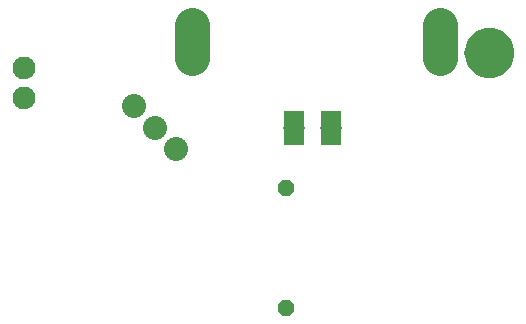
<source format=gts>
G75*
G70*
%OFA0B0*%
%FSLAX24Y24*%
%IPPOS*%
%LPD*%
%AMOC8*
5,1,8,0,0,1.08239X$1,22.5*
%
%ADD10C,0.0847*%
%ADD11C,0.0160*%
%ADD12C,0.1155*%
%ADD13C,0.0760*%
%ADD14R,0.0690X0.0520*%
%ADD15R,0.0720X0.0060*%
%ADD16OC8,0.0540*%
%ADD17C,0.0800*%
D10*
X018688Y014188D03*
D11*
X018058Y014591D02*
X019317Y014591D01*
X019294Y014628D02*
X019356Y014528D01*
X019401Y014419D01*
X019428Y014305D01*
X019438Y014188D01*
X019428Y014070D01*
X019401Y013956D01*
X019356Y013847D01*
X019294Y013747D01*
X019218Y013657D01*
X019128Y013581D01*
X019028Y013519D01*
X018919Y013474D01*
X018805Y013447D01*
X018688Y013438D01*
X018688Y013438D01*
X018570Y013447D01*
X018456Y013474D01*
X018347Y013519D01*
X018247Y013581D01*
X018157Y013657D01*
X018081Y013747D01*
X018019Y013847D01*
X017974Y013956D01*
X017947Y014070D01*
X017938Y014188D01*
X017947Y014305D01*
X017974Y014419D01*
X018019Y014528D01*
X018081Y014628D01*
X018157Y014718D01*
X018247Y014794D01*
X018347Y014856D01*
X018456Y014901D01*
X018570Y014928D01*
X018688Y014938D01*
X018805Y014928D01*
X018919Y014901D01*
X019028Y014856D01*
X019128Y014794D01*
X019218Y014718D01*
X019294Y014628D01*
X019181Y014749D02*
X018194Y014749D01*
X018484Y014908D02*
X018891Y014908D01*
X019396Y014432D02*
X017980Y014432D01*
X017944Y014274D02*
X019431Y014274D01*
X019432Y014115D02*
X017943Y014115D01*
X017974Y013956D02*
X019401Y013956D01*
X019326Y013798D02*
X018049Y013798D01*
X018178Y013639D02*
X019197Y013639D01*
X018935Y013481D02*
X018440Y013481D01*
D12*
X017063Y014015D02*
X017063Y015110D01*
X008795Y015110D02*
X008795Y014015D01*
D13*
X003188Y013688D03*
X003188Y012688D03*
D14*
X012188Y011988D03*
X012188Y011388D03*
X013438Y011388D03*
X013438Y011988D03*
D15*
X013438Y011688D03*
X012188Y011688D03*
D16*
X011938Y005688D03*
X011938Y009688D03*
D17*
X008270Y010980D03*
X007563Y011688D03*
X006855Y012395D03*
M02*

</source>
